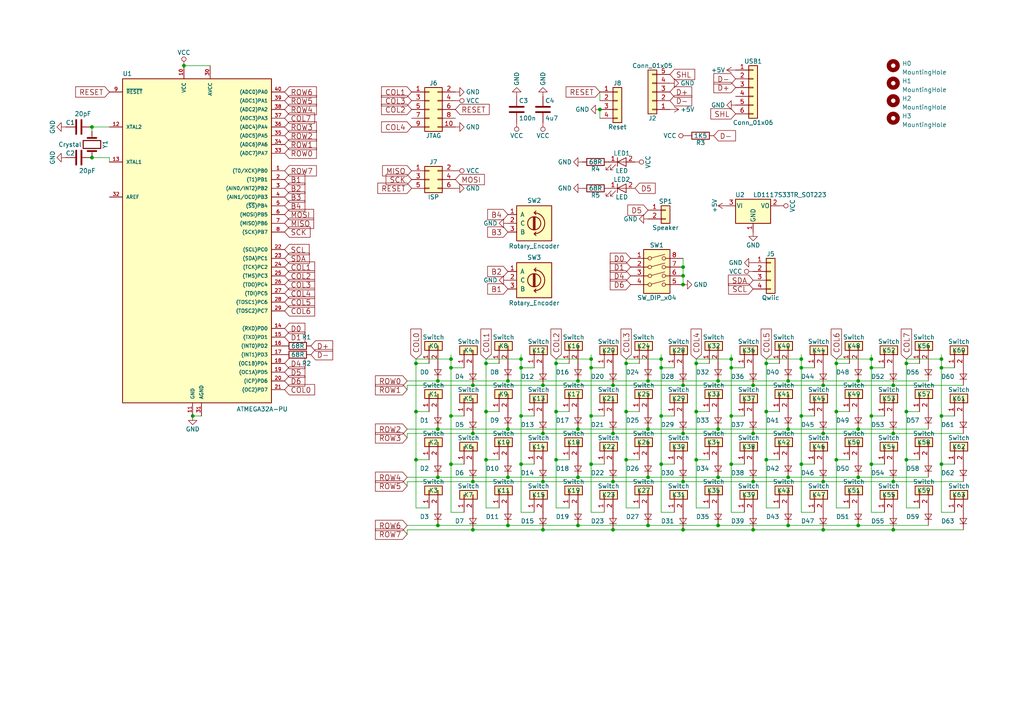
<source format=kicad_sch>
(kicad_sch (version 20230121) (generator eeschema)
  (paper "A4")
  (junction (at 120.65 133.35))
  (junction (at 130.81 104.14))
  (junction (at 151.13 106.68))
  (junction (at 173.99 31.75))
  (junction (at 259.08 111.76))
  (junction (at 198.12 139.7))
  (junction (at 137.16 111.76))
  (junction (at 208.28 138.43))
  (junction (at 198.12 80.01))
  (junction (at 232.41 106.68))
  (junction (at 177.8 153.67))
  (junction (at 127 138.43))
  (junction (at 140.97 119.38))
  (junction (at 198.12 82.55))
  (junction (at 222.25 133.35))
  (junction (at 140.97 133.35))
  (junction (at 157.48 111.76))
  (junction (at 181.61 133.35))
  (junction (at 228.6 124.46))
  (junction (at 147.32 138.43))
  (junction (at 262.89 133.35))
  (junction (at 228.6 152.4))
  (junction (at 198.12 153.67))
  (junction (at 127 152.4))
  (junction (at 238.76 153.67))
  (junction (at 248.92 124.46))
  (junction (at 151.13 134.62))
  (junction (at 161.29 105.41))
  (junction (at 157.48 125.73))
  (junction (at 187.96 124.46))
  (junction (at 171.45 134.62))
  (junction (at 208.28 110.49))
  (junction (at 252.73 106.68))
  (junction (at 208.28 124.46))
  (junction (at 137.16 139.7))
  (junction (at 147.32 110.49))
  (junction (at 187.96 138.43))
  (junction (at 242.57 133.35))
  (junction (at 238.76 139.7))
  (junction (at 53.34 19.05))
  (junction (at 259.08 139.7))
  (junction (at 212.09 104.14))
  (junction (at 177.8 111.76))
  (junction (at 218.44 153.67))
  (junction (at 147.32 124.46))
  (junction (at 120.65 105.41))
  (junction (at 228.6 110.49))
  (junction (at 157.48 139.7))
  (junction (at 198.12 111.76))
  (junction (at 232.41 104.14))
  (junction (at 262.89 119.38))
  (junction (at 248.92 152.4))
  (junction (at 273.05 106.68))
  (junction (at 208.28 152.4))
  (junction (at 191.77 134.62))
  (junction (at 222.25 105.41))
  (junction (at 130.81 134.62))
  (junction (at 201.93 133.35))
  (junction (at 181.61 105.41))
  (junction (at 252.73 104.14))
  (junction (at 218.44 139.7))
  (junction (at 161.29 133.35))
  (junction (at 252.73 120.65))
  (junction (at 171.45 104.14))
  (junction (at 191.77 106.68))
  (junction (at 127 110.49))
  (junction (at 151.13 120.65))
  (junction (at 167.64 124.46))
  (junction (at 252.73 134.62))
  (junction (at 248.92 110.49))
  (junction (at 157.48 153.67))
  (junction (at 259.08 125.73))
  (junction (at 238.76 111.76))
  (junction (at 127 124.46))
  (junction (at 248.92 138.43))
  (junction (at 120.65 119.38))
  (junction (at 198.12 125.73))
  (junction (at 177.8 125.73))
  (junction (at 201.93 119.38))
  (junction (at 232.41 134.62))
  (junction (at 242.57 119.38))
  (junction (at 130.81 106.68))
  (junction (at 201.93 105.41))
  (junction (at 273.05 120.65))
  (junction (at 273.05 134.62))
  (junction (at 181.61 119.38))
  (junction (at 218.44 125.73))
  (junction (at 55.88 120.65))
  (junction (at 167.64 110.49))
  (junction (at 167.64 138.43))
  (junction (at 130.81 120.65))
  (junction (at 262.89 105.41))
  (junction (at 238.76 125.73))
  (junction (at 177.8 139.7))
  (junction (at 242.57 105.41))
  (junction (at 198.12 77.47))
  (junction (at 151.13 104.14))
  (junction (at 147.32 152.4))
  (junction (at 161.29 119.38))
  (junction (at 187.96 110.49))
  (junction (at 222.25 119.38))
  (junction (at 167.64 152.4))
  (junction (at 140.97 105.41))
  (junction (at 191.77 104.14))
  (junction (at 171.45 106.68))
  (junction (at 232.41 120.65))
  (junction (at 26.67 45.72))
  (junction (at 218.44 111.76))
  (junction (at 187.96 152.4))
  (junction (at 259.08 153.67))
  (junction (at 212.09 134.62))
  (junction (at 171.45 120.65))
  (junction (at 212.09 120.65))
  (junction (at 212.09 106.68))
  (junction (at 137.16 125.73))
  (junction (at 228.6 138.43))
  (junction (at 26.67 36.83))
  (junction (at 191.77 120.65))
  (junction (at 273.05 104.14))
  (junction (at 137.16 153.67))
  (wire (pts (xy 222.25 133.35) (xy 226.06 133.35)))
  (wire (pts (xy 248.92 152.4) (xy 269.24 152.4)))
  (wire (pts (xy 118.11 124.46) (xy 127 124.46)))
  (wire (pts (xy 191.77 106.68) (xy 191.77 120.65)))
  (wire (pts (xy 147.32 110.49) (xy 167.64 110.49)))
  (wire (pts (xy 53.34 19.05) (xy 60.96 19.05)))
  (wire (pts (xy 167.64 110.49) (xy 187.96 110.49)))
  (wire (pts (xy 252.73 134.62) (xy 256.54 134.62)))
  (wire (pts (xy 187.96 138.43) (xy 208.28 138.43)))
  (wire (pts (xy 259.08 139.7) (xy 279.4 139.7)))
  (wire (pts (xy 26.67 36.83) (xy 26.67 38.1)))
  (wire (pts (xy 232.41 120.65) (xy 232.41 134.62)))
  (wire (pts (xy 130.81 106.68) (xy 130.81 120.65)))
  (wire (pts (xy 238.76 153.67) (xy 259.08 153.67)))
  (wire (pts (xy 276.86 106.68) (xy 273.05 106.68)))
  (wire (pts (xy 201.93 119.38) (xy 205.74 119.38)))
  (wire (pts (xy 118.11 153.67) (xy 137.16 153.67)))
  (wire (pts (xy 171.45 120.65) (xy 175.26 120.65)))
  (wire (pts (xy 118.11 140.97) (xy 118.11 139.7)))
  (wire (pts (xy 181.61 119.38) (xy 185.42 119.38)))
  (wire (pts (xy 201.93 104.14) (xy 201.93 105.41)))
  (wire (pts (xy 228.6 152.4) (xy 248.92 152.4)))
  (wire (pts (xy 120.65 147.32) (xy 124.46 147.32)))
  (wire (pts (xy 246.38 105.41) (xy 242.57 105.41)))
  (wire (pts (xy 238.76 139.7) (xy 259.08 139.7)))
  (wire (pts (xy 130.81 134.62) (xy 134.62 134.62)))
  (wire (pts (xy 248.92 138.43) (xy 269.24 138.43)))
  (wire (pts (xy 161.29 119.38) (xy 165.1 119.38)))
  (wire (pts (xy 187.96 110.49) (xy 208.28 110.49)))
  (wire (pts (xy 259.08 111.76) (xy 279.4 111.76)))
  (wire (pts (xy 212.09 148.59) (xy 215.9 148.59)))
  (wire (pts (xy 181.61 104.14) (xy 181.61 105.41)))
  (wire (pts (xy 120.65 133.35) (xy 124.46 133.35)))
  (wire (pts (xy 120.65 104.14) (xy 130.81 104.14)))
  (wire (pts (xy 252.73 148.59) (xy 256.54 148.59)))
  (wire (pts (xy 259.08 125.73) (xy 279.4 125.73)))
  (wire (pts (xy 266.7 105.41) (xy 262.89 105.41)))
  (wire (pts (xy 151.13 120.65) (xy 151.13 134.62)))
  (wire (pts (xy 273.05 106.68) (xy 273.05 120.65)))
  (wire (pts (xy 161.29 147.32) (xy 165.1 147.32)))
  (wire (pts (xy 140.97 104.14) (xy 140.97 105.41)))
  (wire (pts (xy 198.12 111.76) (xy 218.44 111.76)))
  (wire (pts (xy 120.65 119.38) (xy 124.46 119.38)))
  (wire (pts (xy 198.12 139.7) (xy 218.44 139.7)))
  (wire (pts (xy 252.73 104.14) (xy 252.73 106.68)))
  (wire (pts (xy 201.93 133.35) (xy 205.74 133.35)))
  (wire (pts (xy 140.97 119.38) (xy 140.97 133.35)))
  (wire (pts (xy 198.12 153.67) (xy 218.44 153.67)))
  (wire (pts (xy 127 138.43) (xy 147.32 138.43)))
  (wire (pts (xy 248.92 124.46) (xy 269.24 124.46)))
  (wire (pts (xy 167.64 138.43) (xy 187.96 138.43)))
  (wire (pts (xy 191.77 104.14) (xy 191.77 106.68)))
  (wire (pts (xy 144.78 105.41) (xy 140.97 105.41)))
  (wire (pts (xy 127 152.4) (xy 147.32 152.4)))
  (wire (pts (xy 262.89 133.35) (xy 262.89 147.32)))
  (wire (pts (xy 171.45 134.62) (xy 171.45 148.59)))
  (wire (pts (xy 242.57 133.35) (xy 246.38 133.35)))
  (wire (pts (xy 212.09 134.62) (xy 212.09 148.59)))
  (wire (pts (xy 273.05 104.14) (xy 273.05 106.68)))
  (wire (pts (xy 212.09 102.87) (xy 212.09 104.14)))
  (wire (pts (xy 242.57 104.14) (xy 242.57 105.41)))
  (wire (pts (xy 118.11 111.76) (xy 137.16 111.76)))
  (wire (pts (xy 171.45 104.14) (xy 171.45 106.68)))
  (wire (pts (xy 238.76 111.76) (xy 259.08 111.76)))
  (wire (pts (xy 191.77 120.65) (xy 191.77 134.62)))
  (wire (pts (xy 259.08 153.67) (xy 279.4 153.67)))
  (wire (pts (xy 161.29 119.38) (xy 161.29 133.35)))
  (wire (pts (xy 165.1 105.41) (xy 161.29 105.41)))
  (wire (pts (xy 212.09 120.65) (xy 212.09 134.62)))
  (wire (pts (xy 118.11 113.03) (xy 118.11 111.76)))
  (wire (pts (xy 171.45 120.65) (xy 171.45 134.62)))
  (wire (pts (xy 137.16 153.67) (xy 157.48 153.67)))
  (wire (pts (xy 120.65 104.14) (xy 120.65 105.41)))
  (wire (pts (xy 273.05 102.87) (xy 273.05 104.14)))
  (wire (pts (xy 181.61 147.32) (xy 185.42 147.32)))
  (wire (pts (xy 118.11 127) (xy 118.11 125.73)))
  (wire (pts (xy 177.8 153.67) (xy 198.12 153.67)))
  (wire (pts (xy 120.65 105.41) (xy 120.65 119.38)))
  (wire (pts (xy 218.44 139.7) (xy 238.76 139.7)))
  (wire (pts (xy 222.25 119.38) (xy 222.25 133.35)))
  (wire (pts (xy 171.45 102.87) (xy 171.45 104.14)))
  (wire (pts (xy 201.93 105.41) (xy 201.93 119.38)))
  (wire (pts (xy 228.6 124.46) (xy 248.92 124.46)))
  (wire (pts (xy 252.73 134.62) (xy 252.73 148.59)))
  (wire (pts (xy 161.29 105.41) (xy 161.29 119.38)))
  (wire (pts (xy 222.25 105.41) (xy 222.25 119.38)))
  (wire (pts (xy 252.73 102.87) (xy 252.73 104.14)))
  (wire (pts (xy 140.97 147.32) (xy 144.78 147.32)))
  (wire (pts (xy 273.05 120.65) (xy 273.05 134.62)))
  (wire (pts (xy 222.25 119.38) (xy 226.06 119.38)))
  (wire (pts (xy 137.16 111.76) (xy 157.48 111.76)))
  (wire (pts (xy 228.6 110.49) (xy 248.92 110.49)))
  (wire (pts (xy 151.13 134.62) (xy 154.94 134.62)))
  (wire (pts (xy 137.16 139.7) (xy 157.48 139.7)))
  (wire (pts (xy 140.97 133.35) (xy 140.97 147.32)))
  (wire (pts (xy 161.29 133.35) (xy 165.1 133.35)))
  (wire (pts (xy 140.97 105.41) (xy 140.97 119.38)))
  (wire (pts (xy 173.99 26.67) (xy 173.99 29.21)))
  (wire (pts (xy 242.57 119.38) (xy 242.57 133.35)))
  (wire (pts (xy 191.77 134.62) (xy 195.58 134.62)))
  (wire (pts (xy 130.81 104.14) (xy 130.81 106.68)))
  (wire (pts (xy 154.94 106.68) (xy 151.13 106.68)))
  (wire (pts (xy 242.57 119.38) (xy 246.38 119.38)))
  (wire (pts (xy 212.09 134.62) (xy 215.9 134.62)))
  (wire (pts (xy 201.93 147.32) (xy 205.74 147.32)))
  (wire (pts (xy 208.28 152.4) (xy 228.6 152.4)))
  (wire (pts (xy 228.6 138.43) (xy 248.92 138.43)))
  (wire (pts (xy 181.61 104.14) (xy 191.77 104.14)))
  (wire (pts (xy 242.57 147.32) (xy 246.38 147.32)))
  (wire (pts (xy 157.48 125.73) (xy 177.8 125.73)))
  (wire (pts (xy 195.58 106.68) (xy 191.77 106.68)))
  (wire (pts (xy 181.61 119.38) (xy 181.61 133.35)))
  (wire (pts (xy 198.12 74.93) (xy 198.12 77.47)))
  (wire (pts (xy 222.25 133.35) (xy 222.25 147.32)))
  (wire (pts (xy 157.48 111.76) (xy 177.8 111.76)))
  (wire (pts (xy 26.67 45.72) (xy 31.75 45.72)))
  (wire (pts (xy 273.05 134.62) (xy 276.86 134.62)))
  (wire (pts (xy 118.11 153.67) (xy 118.11 154.94)))
  (wire (pts (xy 273.05 148.59) (xy 276.86 148.59)))
  (wire (pts (xy 171.45 106.68) (xy 171.45 120.65)))
  (wire (pts (xy 147.32 152.4) (xy 167.64 152.4)))
  (wire (pts (xy 118.11 138.43) (xy 127 138.43)))
  (wire (pts (xy 151.13 134.62) (xy 151.13 148.59)))
  (wire (pts (xy 242.57 105.41) (xy 242.57 119.38)))
  (wire (pts (xy 262.89 119.38) (xy 262.89 133.35)))
  (wire (pts (xy 147.32 124.46) (xy 167.64 124.46)))
  (wire (pts (xy 31.75 36.83) (xy 26.67 36.83)))
  (wire (pts (xy 218.44 111.76) (xy 238.76 111.76)))
  (wire (pts (xy 191.77 102.87) (xy 191.77 104.14)))
  (wire (pts (xy 232.41 102.87) (xy 232.41 104.14)))
  (wire (pts (xy 191.77 134.62) (xy 191.77 148.59)))
  (wire (pts (xy 252.73 120.65) (xy 256.54 120.65)))
  (wire (pts (xy 191.77 148.59) (xy 195.58 148.59)))
  (wire (pts (xy 175.26 106.68) (xy 171.45 106.68)))
  (wire (pts (xy 218.44 125.73) (xy 238.76 125.73)))
  (wire (pts (xy 208.28 138.43) (xy 228.6 138.43)))
  (wire (pts (xy 171.45 134.62) (xy 175.26 134.62)))
  (wire (pts (xy 127 124.46) (xy 147.32 124.46)))
  (wire (pts (xy 127 110.49) (xy 147.32 110.49)))
  (wire (pts (xy 252.73 120.65) (xy 252.73 134.62)))
  (wire (pts (xy 273.05 134.62) (xy 273.05 148.59)))
  (wire (pts (xy 222.25 104.14) (xy 232.41 104.14)))
  (wire (pts (xy 212.09 106.68) (xy 212.09 120.65)))
  (wire (pts (xy 177.8 139.7) (xy 198.12 139.7)))
  (wire (pts (xy 256.54 106.68) (xy 252.73 106.68)))
  (wire (pts (xy 157.48 153.67) (xy 177.8 153.67)))
  (wire (pts (xy 232.41 134.62) (xy 236.22 134.62)))
  (wire (pts (xy 177.8 125.73) (xy 198.12 125.73)))
  (wire (pts (xy 198.12 77.47) (xy 198.12 80.01)))
  (wire (pts (xy 262.89 104.14) (xy 273.05 104.14)))
  (wire (pts (xy 201.93 133.35) (xy 201.93 147.32)))
  (wire (pts (xy 198.12 125.73) (xy 218.44 125.73)))
  (wire (pts (xy 187.96 152.4) (xy 208.28 152.4)))
  (wire (pts (xy 130.81 102.87) (xy 130.81 104.14)))
  (wire (pts (xy 236.22 106.68) (xy 232.41 106.68)))
  (wire (pts (xy 181.61 105.41) (xy 181.61 119.38)))
  (wire (pts (xy 262.89 147.32) (xy 266.7 147.32)))
  (wire (pts (xy 171.45 148.59) (xy 175.26 148.59)))
  (wire (pts (xy 124.46 105.41) (xy 120.65 105.41)))
  (wire (pts (xy 222.25 104.14) (xy 222.25 105.41)))
  (wire (pts (xy 157.48 139.7) (xy 177.8 139.7)))
  (wire (pts (xy 191.77 120.65) (xy 195.58 120.65)))
  (wire (pts (xy 262.89 104.14) (xy 262.89 105.41)))
  (wire (pts (xy 208.28 124.46) (xy 228.6 124.46)))
  (wire (pts (xy 232.41 106.68) (xy 232.41 120.65)))
  (wire (pts (xy 232.41 120.65) (xy 236.22 120.65)))
  (wire (pts (xy 215.9 106.68) (xy 212.09 106.68)))
  (wire (pts (xy 232.41 104.14) (xy 232.41 106.68)))
  (wire (pts (xy 273.05 120.65) (xy 276.86 120.65)))
  (wire (pts (xy 262.89 133.35) (xy 266.7 133.35)))
  (wire (pts (xy 238.76 125.73) (xy 259.08 125.73)))
  (wire (pts (xy 242.57 133.35) (xy 242.57 147.32)))
  (wire (pts (xy 232.41 134.62) (xy 232.41 148.59)))
  (wire (pts (xy 242.57 104.14) (xy 252.73 104.14)))
  (wire (pts (xy 262.89 119.38) (xy 266.7 119.38)))
  (wire (pts (xy 201.93 104.14) (xy 212.09 104.14)))
  (wire (pts (xy 137.16 125.73) (xy 157.48 125.73)))
  (wire (pts (xy 134.62 106.68) (xy 130.81 106.68)))
  (wire (pts (xy 151.13 148.59) (xy 154.94 148.59)))
  (wire (pts (xy 218.44 153.67) (xy 238.76 153.67)))
  (wire (pts (xy 226.06 105.41) (xy 222.25 105.41)))
  (wire (pts (xy 222.25 147.32) (xy 226.06 147.32)))
  (wire (pts (xy 161.29 133.35) (xy 161.29 147.32)))
  (wire (pts (xy 181.61 133.35) (xy 181.61 147.32)))
  (wire (pts (xy 181.61 133.35) (xy 185.42 133.35)))
  (wire (pts (xy 201.93 119.38) (xy 201.93 133.35)))
  (wire (pts (xy 167.64 124.46) (xy 187.96 124.46)))
  (wire (pts (xy 130.81 120.65) (xy 130.81 134.62)))
  (wire (pts (xy 151.13 104.14) (xy 151.13 106.68)))
  (wire (pts (xy 212.09 120.65) (xy 215.9 120.65)))
  (wire (pts (xy 198.12 80.01) (xy 198.12 82.55)))
  (wire (pts (xy 151.13 106.68) (xy 151.13 120.65)))
  (wire (pts (xy 118.11 110.49) (xy 127 110.49)))
  (wire (pts (xy 120.65 119.38) (xy 120.65 133.35)))
  (wire (pts (xy 208.28 110.49) (xy 228.6 110.49)))
  (wire (pts (xy 120.65 133.35) (xy 120.65 147.32)))
  (wire (pts (xy 151.13 120.65) (xy 154.94 120.65)))
  (wire (pts (xy 147.32 138.43) (xy 167.64 138.43)))
  (wire (pts (xy 130.81 120.65) (xy 134.62 120.65)))
  (wire (pts (xy 140.97 104.14) (xy 151.13 104.14)))
  (wire (pts (xy 205.74 105.41) (xy 201.93 105.41)))
  (wire (pts (xy 118.11 125.73) (xy 137.16 125.73)))
  (wire (pts (xy 232.41 148.59) (xy 236.22 148.59)))
  (wire (pts (xy 262.89 105.41) (xy 262.89 119.38)))
  (wire (pts (xy 140.97 133.35) (xy 144.78 133.35)))
  (wire (pts (xy 248.92 110.49) (xy 269.24 110.49)))
  (wire (pts (xy 31.75 45.72) (xy 31.75 46.99)))
  (wire (pts (xy 187.96 124.46) (xy 208.28 124.46)))
  (wire (pts (xy 173.99 31.75) (xy 173.99 34.29)))
  (wire (pts (xy 212.09 104.14) (xy 212.09 106.68)))
  (wire (pts (xy 118.11 139.7) (xy 137.16 139.7)))
  (wire (pts (xy 118.11 152.4) (xy 127 152.4)))
  (wire (pts (xy 161.29 104.14) (xy 171.45 104.14)))
  (wire (pts (xy 161.29 104.14) (xy 161.29 105.41)))
  (wire (pts (xy 140.97 119.38) (xy 144.78 119.38)))
  (wire (pts (xy 252.73 106.68) (xy 252.73 120.65)))
  (wire (pts (xy 130.81 134.62) (xy 130.81 148.59)))
  (wire (pts (xy 151.13 102.87) (xy 151.13 104.14)))
  (wire (pts (xy 130.81 148.59) (xy 134.62 148.59)))
  (wire (pts (xy 185.42 105.41) (xy 181.61 105.41)))
  (wire (pts (xy 55.88 120.65) (xy 58.42 120.65)))
  (wire (pts (xy 167.64 152.4) (xy 187.96 152.4)))
  (wire (pts (xy 177.8 111.76) (xy 198.12 111.76)))
  (global_label "SCK" (shape input) (at 119.38 52.07 180) (effects (font (size 1.524 1.524))) (property "Intersheetrefs" "${INTERSHEET_REFS}" (effects hide)))
  (global_label "ROW1" (shape input) (at 118.11 113.03 180) (effects (font (size 1.524 1.524))) (property "Intersheetrefs" "${INTERSHEET_REFS}" (effects hide)))
  (global_label "D-" (shape input) (at 90.17 102.87 0) (effects (font (size 1.524 1.524))) (property "Intersheetrefs" "${INTERSHEET_REFS}" (effects hide)))
  (global_label "COL4" (shape input) (at 82.55 85.09 0) (effects (font (size 1.524 1.524))) (property "Intersheetrefs" "${INTERSHEET_REFS}" (effects hide)))
  (global_label "ROW2" (shape input) (at 82.55 39.37 0) (effects (font (size 1.524 1.524))) (property "Intersheetrefs" "${INTERSHEET_REFS}" (effects hide)))
  (global_label "COL4" (shape input) (at 201.93 104.14 90) (effects (font (size 1.524 1.524))) (property "Intersheetrefs" "${INTERSHEET_REFS}" (effects hide)))
  (global_label "COL2" (shape input) (at 161.29 104.14 90) (effects (font (size 1.524 1.524))) (property "Intersheetrefs" "${INTERSHEET_REFS}" (effects hide)))
  (global_label "COL2" (shape input) (at 119.38 31.75 180) (effects (font (size 1.524 1.524))) (property "Intersheetrefs" "${INTERSHEET_REFS}" (effects hide)))
  (global_label "B2" (shape input) (at 147.32 78.74 180) (effects (font (size 1.524 1.524))) (property "Intersheetrefs" "${INTERSHEET_REFS}" (effects hide)))
  (global_label "ROW4" (shape input) (at 82.55 31.75 0) (effects (font (size 1.524 1.524))) (property "Intersheetrefs" "${INTERSHEET_REFS}" (effects hide)))
  (global_label "ROW7" (shape input) (at 82.55 49.53 0) (effects (font (size 1.524 1.524))) (property "Intersheetrefs" "${INTERSHEET_REFS}" (effects hide)))
  (global_label "COL1" (shape input) (at 140.97 104.14 90) (effects (font (size 1.524 1.524))) (property "Intersheetrefs" "${INTERSHEET_REFS}" (effects hide)))
  (global_label "D5" (shape input) (at 184.15 54.61 0) (effects (font (size 1.524 1.524))) (property "Intersheetrefs" "${INTERSHEET_REFS}" (effects hide)))
  (global_label "ROW0" (shape input) (at 118.11 110.49 180) (effects (font (size 1.524 1.524))) (property "Intersheetrefs" "${INTERSHEET_REFS}" (effects hide)))
  (global_label "COL6" (shape input) (at 242.57 104.14 90) (effects (font (size 1.524 1.524))) (property "Intersheetrefs" "${INTERSHEET_REFS}" (effects hide)))
  (global_label "MISO" (shape input) (at 119.38 49.53 180) (effects (font (size 1.524 1.524))) (property "Intersheetrefs" "${INTERSHEET_REFS}" (effects hide)))
  (global_label "RESET" (shape input) (at 31.75 26.67 180) (effects (font (size 1.524 1.524))) (property "Intersheetrefs" "${INTERSHEET_REFS}" (effects hide)))
  (global_label "COL7" (shape input) (at 262.89 104.14 90) (effects (font (size 1.524 1.524))) (property "Intersheetrefs" "${INTERSHEET_REFS}" (effects hide)))
  (global_label "COL2" (shape input) (at 82.55 80.01 0) (effects (font (size 1.524 1.524))) (property "Intersheetrefs" "${INTERSHEET_REFS}" (effects hide)))
  (global_label "RESET" (shape input) (at 119.38 54.61 180) (effects (font (size 1.524 1.524))) (property "Intersheetrefs" "${INTERSHEET_REFS}" (effects hide)))
  (global_label "B1" (shape input) (at 147.32 83.82 180) (effects (font (size 1.524 1.524))) (property "Intersheetrefs" "${INTERSHEET_REFS}" (effects hide)))
  (global_label "D1" (shape input) (at 182.88 77.47 180) (effects (font (size 1.524 1.524))) (property "Intersheetrefs" "${INTERSHEET_REFS}" (effects hide)))
  (global_label "COL3" (shape input) (at 119.38 29.21 180) (effects (font (size 1.524 1.524))) (property "Intersheetrefs" "${INTERSHEET_REFS}" (effects hide)))
  (global_label "MISO" (shape input) (at 82.55 64.77 0) (effects (font (size 1.524 1.524))) (property "Intersheetrefs" "${INTERSHEET_REFS}" (effects hide)))
  (global_label "COL7" (shape input) (at 82.55 34.29 0) (effects (font (size 1.524 1.524))) (property "Intersheetrefs" "${INTERSHEET_REFS}" (effects hide)))
  (global_label "COL4" (shape input) (at 119.38 36.83 180) (effects (font (size 1.524 1.524))) (property "Intersheetrefs" "${INTERSHEET_REFS}" (effects hide)))
  (global_label "ROW3" (shape input) (at 82.55 36.83 0) (effects (font (size 1.524 1.524))) (property "Intersheetrefs" "${INTERSHEET_REFS}" (effects hide)))
  (global_label "RESET" (shape input) (at 173.99 26.67 180) (effects (font (size 1.524 1.524))) (property "Intersheetrefs" "${INTERSHEET_REFS}" (effects hide)))
  (global_label "COL5" (shape input) (at 82.55 87.63 0) (effects (font (size 1.524 1.524))) (property "Intersheetrefs" "${INTERSHEET_REFS}" (effects hide)))
  (global_label "ROW6" (shape input) (at 82.55 26.67 0) (effects (font (size 1.524 1.524))) (property "Intersheetrefs" "${INTERSHEET_REFS}" (effects hide)))
  (global_label "B1" (shape input) (at 82.55 52.07 0) (effects (font (size 1.524 1.524))) (property "Intersheetrefs" "${INTERSHEET_REFS}" (effects hide)))
  (global_label "D4" (shape input) (at 82.55 105.41 0) (effects (font (size 1.524 1.524))) (property "Intersheetrefs" "${INTERSHEET_REFS}" (effects hide)))
  (global_label "COL1" (shape input) (at 82.55 77.47 0) (effects (font (size 1.524 1.524))) (property "Intersheetrefs" "${INTERSHEET_REFS}" (effects hide)))
  (global_label "ROW2" (shape input) (at 118.11 124.46 180) (effects (font (size 1.524 1.524))) (property "Intersheetrefs" "${INTERSHEET_REFS}" (effects hide)))
  (global_label "B3" (shape input) (at 147.32 67.31 180) (effects (font (size 1.524 1.524))) (property "Intersheetrefs" "${INTERSHEET_REFS}" (effects hide)))
  (global_label "COL6" (shape input) (at 82.55 90.17 0) (effects (font (size 1.524 1.524))) (property "Intersheetrefs" "${INTERSHEET_REFS}" (effects hide)))
  (global_label "COL3" (shape input) (at 181.61 104.14 90) (effects (font (size 1.524 1.524))) (property "Intersheetrefs" "${INTERSHEET_REFS}" (effects hide)))
  (global_label "B2" (shape input) (at 82.55 54.61 0) (effects (font (size 1.524 1.524))) (property "Intersheetrefs" "${INTERSHEET_REFS}" (effects hide)))
  (global_label "D5" (shape input) (at 187.96 60.96 180) (effects (font (size 1.524 1.524))) (property "Intersheetrefs" "${INTERSHEET_REFS}" (effects hide)))
  (global_label "MOSI" (shape input) (at 132.08 52.07 0) (effects (font (size 1.524 1.524))) (property "Intersheetrefs" "${INTERSHEET_REFS}" (effects hide)))
  (global_label "D6" (shape input) (at 182.88 82.55 180) (effects (font (size 1.524 1.524))) (property "Intersheetrefs" "${INTERSHEET_REFS}" (effects hide)))
  (global_label "ROW4" (shape input) (at 118.11 138.43 180) (effects (font (size 1.524 1.524))) (property "Intersheetrefs" "${INTERSHEET_REFS}" (effects hide)))
  (global_label "D+" (shape input) (at 90.17 100.33 0) (effects (font (size 1.524 1.524))) (property "Intersheetrefs" "${INTERSHEET_REFS}" (effects hide)))
  (global_label "D4" (shape input) (at 182.88 80.01 180) (effects (font (size 1.524 1.524))) (property "Intersheetrefs" "${INTERSHEET_REFS}" (effects hide)))
  (global_label "COL5" (shape input) (at 222.25 104.14 90) (effects (font (size 1.524 1.524))) (property "Intersheetrefs" "${INTERSHEET_REFS}" (effects hide)))
  (global_label "B3" (shape input) (at 82.55 57.15 0) (effects (font (size 1.524 1.524))) (property "Intersheetrefs" "${INTERSHEET_REFS}" (effects hide)))
  (global_label "ROW6" (shape input) (at 118.11 152.4 180) (effects (font (size 1.524 1.524))) (property "Intersheetrefs" "${INTERSHEET_REFS}" (effects hide)))
  (global_label "SCL" (shape input) (at 218.44 83.82 180) (effects (font (size 1.524 1.524))) (property "Intersheetrefs" "${INTERSHEET_REFS}" (effects hide)))
  (global_label "ROW7" (shape input) (at 118.11 154.94 180) (effects (font (size 1.524 1.524))) (property "Intersheetrefs" "${INTERSHEET_REFS}" (effects hide)))
  (global_label "D-" (shape input) (at 213.36 22.86 180) (effects (font (size 1.524 1.524))) (property "Intersheetrefs" "${INTERSHEET_REFS}" (effects hide)))
  (global_label "D5" (shape input) (at 82.55 107.95 0) (effects (font (size 1.524 1.524))) (property "Intersheetrefs" "${INTERSHEET_REFS}" (effects hide)))
  (global_label "D-" (shape input) (at 194.31 29.21 0) (effects (font (size 1.524 1.524))) (property "Intersheetrefs" "${INTERSHEET_REFS}" (effects hide)))
  (global_label "ROW5" (shape input) (at 118.11 140.97 180) (effects (font (size 1.524 1.524))) (property "Intersheetrefs" "${INTERSHEET_REFS}" (effects hide)))
  (global_label "COL0" (shape input) (at 82.55 113.03 0) (effects (font (size 1.524 1.524))) (property "Intersheetrefs" "${INTERSHEET_REFS}" (effects hide)))
  (global_label "D-" (shape input) (at 207.01 39.37 0) (effects (font (size 1.524 1.524))) (property "Intersheetrefs" "${INTERSHEET_REFS}" (effects hide)))
  (global_label "D0" (shape input) (at 82.55 95.25 0) (effects (font (size 1.524 1.524))) (property "Intersheetrefs" "${INTERSHEET_REFS}" (effects hide)))
  (global_label "B4" (shape input) (at 147.32 62.23 180) (effects (font (size 1.524 1.524))) (property "Intersheetrefs" "${INTERSHEET_REFS}" (effects hide)))
  (global_label "ROW1" (shape input) (at 82.55 41.91 0) (effects (font (size 1.524 1.524))) (property "Intersheetrefs" "${INTERSHEET_REFS}" (effects hide)))
  (global_label "SHL" (shape input) (at 213.36 33.02 180) (effects (font (size 1.524 1.524))) (property "Intersheetrefs" "${INTERSHEET_REFS}" (effects hide)))
  (global_label "SHL" (shape input) (at 194.31 21.59 0) (effects (font (size 1.524 1.524))) (property "Intersheetrefs" "${INTERSHEET_REFS}" (effects hide)))
  (global_label "SDA" (shape input) (at 82.55 74.93 0) (effects (font (size 1.524 1.524))) (property "Intersheetrefs" "${INTERSHEET_REFS}" (effects hide)))
  (global_label "ROW5" (shape input) (at 82.55 29.21 0) (effects (font (size 1.524 1.524))) (property "Intersheetrefs" "${INTERSHEET_REFS}" (effects hide)))
  (global_label "SDA" (shape input) (at 218.44 81.28 180) (effects (font (size 1.524 1.524))) (property "Intersheetrefs" "${INTERSHEET_REFS}" (effects hide)))
  (global_label "MOSI" (shape input) (at 82.55 62.23 0) (effects (font (size 1.524 1.524))) (property "Intersheetrefs" "${INTERSHEET_REFS}" (effects hide)))
  (global_label "D0" (shape input) (at 182.88 74.93 180) (effects (font (size 1.524 1.524))) (property "Intersheetrefs" "${INTERSHEET_REFS}" (effects hide)))
  (global_label "D6" (shape input) (at 82.55 110.49 0) (effects (font (size 1.524 1.524))) (property "Intersheetrefs" "${INTERSHEET_REFS}" (effects hide)))
  (global_label "COL3" (shape input) (at 82.55 82.55 0) (effects (font (size 1.524 1.524))) (property "Intersheetrefs" "${INTERSHEET_REFS}" (effects hide)))
  (global_label "D+" (shape input) (at 213.36 25.4 180) (effects (font (size 1.524 1.524))) (property "Intersheetrefs" "${INTERSHEET_REFS}" (effects hide)))
  (global_label "SCK" (shape input) (at 82.55 67.31 0) (effects (font (size 1.524 1.524))) (property "Intersheetrefs" "${INTERSHEET_REFS}" (effects hide)))
  (global_label "SCL" (shape input) (at 82.55 72.39 0) (effects (font (size 1.524 1.524))) (property "Intersheetrefs" "${INTERSHEET_REFS}" (effects hide)))
  (global_label "D1" (shape input) (at 82.55 97.79 0) (effects (font (size 1.524 1.524))) (property "Intersheetrefs" "${INTERSHEET_REFS}" (effects hide)))
  (global_label "D+" (shape input) (at 194.31 26.67 0) (effects (font (size 1.524 1.524))) (property "Intersheetrefs" "${INTERSHEET_REFS}" (effects hide)))
  (global_label "RESET" (shape input) (at 132.08 31.75 0) (effects (font (size 1.524 1.524))) (property "Intersheetrefs" "${INTERSHEET_REFS}" (effects hide)))
  (global_label "COL1" (shape input) (at 119.38 26.67 180) (effects (font (size 1.524 1.524))) (property "Intersheetrefs" "${INTERSHEET_REFS}" (effects hide)))
  (global_label "B4" (shape input) (at 82.55 59.69 0) (effects (font (size 1.524 1.524))) (property "Intersheetrefs" "${INTERSHEET_REFS}" (effects hide)))
  (global_label "ROW0" (shape input) (at 82.55 44.45 0) (effects (font (size 1.524 1.524))) (property "Intersheetrefs" "${INTERSHEET_REFS}" (effects hide)))
  (global_label "COL0" (shape input) (at 120.65 104.14 90) (effects (font (size 1.524 1.524))) (property "Intersheetrefs" "${INTERSHEET_REFS}" (effects hide)))
  (global_label "ROW3" (shape input) (at 118.11 127 180) (effects (font (size 1.524 1.524))) (property "Intersheetrefs" "${INTERSHEET_REFS}" (effects hide)))
  (symbol (lib_id "planck-thk-rescue:ATMEGA32A-PU") (at 57.15 69.85 0) (unit 1)
    (property "Reference" "U1" (at 35.56 22.098 0) (effects (justify left bottom)))
    (property "Value" "ATMEGA32A-PU" (at 68.58 119.38 0) (effects (justify left bottom)))
    (property "Footprint" "Housings_DIP:DIP-40_W15.24mm_Socket_LongPads" (effects hide))
  )
  (symbol (lib_id "planck-thk-rescue:SW_DIP_x04") (at 190.5 80.01 0) (unit 1)
    (property "Reference" "SW1" (at 190.5 71.12 0))
    (property "Value" "SW_DIP_x04" (at 190.5 86.36 0))
    (property "Footprint" "olkb:210-4ES" (effects hide))
  )
  (symbol (lib_id "planck-thk-rescue:Conn_01x05") (at 189.23 26.67 180) (unit 1)
    (property "Reference" "J2" (at 189.23 34.29 0))
    (property "Value" "Conn_01x05" (at 189.23 19.05 0))
    (property "Footprint" "Connectors_JST:JST_PH_S5B-PH-K_05x2.00mm_Angled" (effects hide))
  )
  (symbol (lib_id "planck-thk-rescue:GND") (at 55.88 120.65 0) (unit 1)
    (property "Reference" "#PWR01" (effects hide))
    (property "Value" "GND" (at 55.88 124.46 0))
  )
  (symbol (lib_id "planck-thk-rescue:VCC") (at 53.34 19.05 0) (unit 1)
    (property "Reference" "#PWR02" (effects hide))
    (property "Value" "VCC" (at 53.34 15.24 0))
  )
  (symbol (lib_id "planck-thk-rescue:VCC") (at 226.06 59.69 270) (unit 1)
    (property "Reference" "#PWR07" (effects hide))
    (property "Value" "VCC" (at 229.87 59.69 0))
  )
  (symbol (lib_id "planck-thk-rescue:LD1117S33TR_SOT223") (at 218.44 59.69 0) (unit 1)
    (property "Reference" "U2" (at 214.63 56.515 0))
    (property "Value" "LD1117S33TR_SOT223" (at 218.44 56.515 0) (effects (justify left)))
    (property "Footprint" "TO_SOT_Packages_THT:TO-220-3_Horizontal" (effects hide))
  )
  (symbol (lib_id "planck-thk-rescue:GND") (at 218.44 67.31 0) (unit 1)
    (property "Reference" "#PWR08" (effects hide))
    (property "Value" "GND" (at 218.44 71.12 0))
  )
  (symbol (lib_id "planck-thk-rescue:+5V") (at 210.82 59.69 90) (unit 1)
    (property "Reference" "#PWR09" (effects hide))
    (property "Value" "+5V" (at 207.264 59.69 0))
  )
  (symbol (lib_id "planck-thk-rescue:R") (at 86.36 100.33 270) (unit 1)
    (property "Reference" "R1" (at 88.9 97.79 90))
    (property "Value" "68R" (at 86.36 100.33 90))
    (property "Footprint" "Resistors_THT:R_Axial_DIN0204_L3.6mm_D1.6mm_P7.62mm_Horizontal" (effects hide))
  )
  (symbol (lib_id "planck-thk-rescue:R") (at 86.36 102.87 270) (unit 1)
    (property "Reference" "R2" (at 88.9 105.41 90))
    (property "Value" "68R" (at 86.36 102.87 90))
    (property "Footprint" "Resistors_THT:R_Axial_DIN0204_L3.6mm_D1.6mm_P7.62mm_Horizontal" (effects hide))
  )
  (symbol (lib_id "planck-thk-rescue:+5V") (at 194.31 31.75 270) (unit 1)
    (property "Reference" "#PWR010" (effects hide))
    (property "Value" "+5V" (at 199.39 31.75 90))
  )
  (symbol (lib_id "planck-thk-rescue:GND") (at 194.31 24.13 90) (unit 1)
    (property "Reference" "#PWR011" (effects hide))
    (property "Value" "GND" (at 199.39 24.13 90))
  )
  (symbol (lib_id "planck-thk-rescue:Crystal") (at 26.67 41.91 270) (unit 1)
    (property "Reference" "Y1" (at 30.48 41.91 0))
    (property "Value" "Crystal" (at 20.32 41.91 90))
    (property "Footprint" "Crystals:Crystal_HC49-U_Vertical" (effects hide))
  )
  (symbol (lib_id "planck-thk-rescue:C") (at 22.86 36.83 270) (unit 1)
    (property "Reference" "C1" (at 19.05 35.56 90) (effects (justify left)))
    (property "Value" "20pF" (at 21.59 33.02 90) (effects (justify left)))
    (property "Footprint" "Capacitors_THT:C_Disc_D3.8mm_W2.6mm_P2.50mm" (effects hide))
  )
  (symbol (lib_id "planck-thk-rescue:C") (at 22.86 45.72 270) (unit 1)
    (property "Reference" "C2" (at 19.05 44.45 90) (effects (justify left)))
    (property "Value" "20pF" (at 22.86 49.53 90) (effects (justify left)))
    (property "Footprint" "Capacitors_THT:C_Disc_D3.8mm_W2.6mm_P2.50mm" (effects hide))
  )
  (symbol (lib_id "planck-thk-rescue:GND") (at 19.05 45.72 270) (unit 1)
    (property "Reference" "#PWR012" (effects hide))
    (property "Value" "GND" (at 15.24 45.72 0))
  )
  (symbol (lib_id "planck-thk-rescue:GND") (at 19.05 36.83 270) (unit 1)
    (property "Reference" "#PWR013" (effects hide))
    (property "Value" "GND" (at 15.24 36.83 0))
  )
  (symbol (lib_id "planck-thk-rescue:VCC") (at 199.39 39.37 90) (unit 1)
    (property "Reference" "#PWR014" (effects hide))
    (property "Value" "VCC" (at 194.31 39.37 90))
  )
  (symbol (lib_id "planck-thk-rescue:R") (at 203.2 39.37 270) (unit 1)
    (property "Reference" "R3" (at 203.2 41.402 90))
    (property "Value" "1K5" (at 203.2 39.37 90))
    (property "Footprint" "Resistors_THT:R_Axial_DIN0204_L3.6mm_D1.6mm_P7.62mm_Horizontal" (effects hide))
  )
  (symbol (lib_id "planck-thk-rescue:C") (at 149.86 31.75 0) (unit 1)
    (property "Reference" "C3" (at 150.495 29.21 0) (effects (justify left)))
    (property "Value" "100n" (at 150.495 34.29 0) (effects (justify left)))
    (property "Footprint" "Capacitors_THT:C_Disc_D3.8mm_W2.6mm_P2.50mm" (effects hide))
  )
  (symbol (lib_id "planck-thk-rescue:VCC") (at 149.86 35.56 180) (unit 1)
    (property "Reference" "#PWR015" (effects hide))
    (property "Value" "VCC" (at 149.86 39.37 0))
  )
  (symbol (lib_id "planck-thk-rescue:GND") (at 149.86 27.94 180) (unit 1)
    (property "Reference" "#PWR016" (effects hide))
    (property "Value" "GND" (at 149.86 22.86 90))
  )
  (symbol (lib_id "planck-thk-rescue:C") (at 157.48 31.75 0) (unit 1)
    (property "Reference" "C4" (at 158.115 29.21 0) (effects (justify left)))
    (property "Value" "4u7" (at 158.115 34.29 0) (effects (justify left)))
    (property "Footprint" "Capacitors_THT:C_Disc_D3.8mm_W2.6mm_P2.50mm" (effects hide))
  )
  (symbol (lib_id "planck-thk-rescue:VCC") (at 157.48 35.56 180) (unit 1)
    (property "Reference" "#PWR017" (effects hide))
    (property "Value" "VCC" (at 157.48 39.37 0))
  )
  (symbol (lib_id "planck-thk-rescue:GND") (at 157.48 27.94 180) (unit 1)
    (property "Reference" "#PWR018" (effects hide))
    (property "Value" "GND" (at 157.48 22.86 90))
  )
  (symbol (lib_id "planck-thk-rescue:Conn_01x04") (at 223.52 78.74 0) (unit 1)
    (property "Reference" "J5" (at 223.52 73.66 0))
    (property "Value" "Qwiic" (at 223.52 86.36 0))
    (property "Footprint" "Connector_PinHeader_2.54mm:PinHeader_1x04_P2.54mm_Vertical" (effects hide))
  )
  (symbol (lib_id "planck-thk-rescue:GND") (at 218.44 76.2 270) (unit 1)
    (property "Reference" "#PWR019" (effects hide))
    (property "Value" "GND" (at 213.36 76.2 90))
  )
  (symbol (lib_id "planck-thk-rescue:VCC") (at 218.44 78.74 90) (unit 1)
    (property "Reference" "#PWR020" (effects hide))
    (property "Value" "VCC" (at 213.36 78.74 90))
  )
  (symbol (lib_id "planck-thk-rescue:LED") (at 180.34 46.99 0) (unit 1)
    (property "Reference" "LED1" (at 180.34 44.45 0))
    (property "Value" "LED" (at 180.34 49.53 0))
    (property "Footprint" "LEDs:LED_D3.0mm" (effects hide))
  )
  (symbol (lib_id "planck-thk-rescue:R") (at 172.72 46.99 270) (unit 1)
    (property "Reference" "R4" (at 172.72 49.022 90))
    (property "Value" "68R" (at 172.72 46.99 90))
    (property "Footprint" "Resistors_THT:R_Axial_DIN0204_L3.6mm_D1.6mm_P7.62mm_Horizontal" (effects hide))
  )
  (symbol (lib_id "planck-thk-rescue:VCC") (at 184.15 46.99 270) (unit 1)
    (property "Reference" "#PWR032" (effects hide))
    (property "Value" "VCC" (at 187.96 46.99 0))
  )
  (symbol (lib_id "planck-thk-rescue:GND") (at 168.91 46.99 270) (unit 1)
    (property "Reference" "#PWR033" (effects hide))
    (property "Value" "GND" (at 163.83 46.99 90))
  )
  (symbol (lib_id "planck-thk-rescue:LED") (at 180.34 54.61 0) (unit 1)
    (property "Reference" "LED2" (at 180.34 52.07 0))
    (property "Value" "LED" (at 180.34 57.15 0))
    (property "Footprint" "LEDs:LED_D3.0mm" (effects hide))
  )
  (symbol (lib_id "planck-thk-rescue:R") (at 172.72 54.61 270) (unit 1)
    (property "Reference" "R5" (at 172.72 56.642 90))
    (property "Value" "68R" (at 172.72 54.61 90))
    (property "Footprint" "Resistors_THT:R_Axial_DIN0204_L3.6mm_D1.6mm_P7.62mm_Horizontal" (effects hide))
  )
  (symbol (lib_id "planck-thk-rescue:GND") (at 168.91 54.61 270) (unit 1)
    (property "Reference" "#PWR034" (effects hide))
    (property "Value" "GND" (at 163.83 54.61 90))
  )
  (symbol (lib_id "planck-thk-rescue:Conn_02x05_Odd_Even") (at 124.46 31.75 0) (unit 1)
    (property "Reference" "J6" (at 125.73 24.13 0))
    (property "Value" "JTAG" (at 125.73 39.37 0))
    (property "Footprint" "Pin_Headers:Pin_Header_Straight_2x05_Pitch2.54mm" (effects hide))
  )
  (symbol (lib_id "planck-thk-rescue:GND") (at 132.08 36.83 90) (unit 1)
    (property "Reference" "#PWR021" (effects hide))
    (property "Value" "GND" (at 137.16 36.83 90))
  )
  (symbol (lib_id "planck-thk-rescue:GND") (at 132.08 26.67 90) (unit 1)
    (property "Reference" "#PWR022" (effects hide))
    (property "Value" "GND" (at 137.16 26.67 90))
  )
  (symbol (lib_id "planck-thk-rescue:VCC") (at 132.08 29.21 270) (unit 1)
    (property "Reference" "#PWR023" (effects hide))
    (property "Value" "VCC" (at 137.16 29.21 90))
  )
  (symbol (lib_id "planck-thk-rescue:Conn_02x03_Odd_Even") (at 124.46 52.07 0) (unit 1)
    (property "Reference" "J7" (at 125.73 46.99 0))
    (property "Value" "ISP" (at 125.73 57.15 0))
    (property "Footprint" "Pin_Headers:Pin_Header_Straight_2x03_Pitch2.54mm" (effects hide))
  )
  (symbol (lib_id "planck-thk-rescue:VCC") (at 132.08 49.53 270) (unit 1)
    (property "Reference" "#PWR024" (effects hide))
    (property "Value" "VCC" (at 137.16 49.53 90))
  )
  (symbol (lib_id "planck-thk-rescue:GND") (at 132.08 54.61 90) (unit 1)
    (property "Reference" "#PWR025" (effects hide))
    (property "Value" "GND" (at 137.16 54.61 90))
  )
  (symbol (lib_id "planck-thk-rescue:Rotary_Encoder") (at 154.94 64.77 0) (unit 1)
    (property "Reference" "SW2" (at 154.94 58.166 0))
    (property "Value" "Rotary_Encoder" (at 154.94 71.374 0))
    (property "Footprint" "olkb:PEC12R-4XXXF-NXXXX" (effects hide))
  )
  (symbol (lib_id "planck-thk-rescue:Conn_01x02") (at 193.04 60.96 0) (unit 1)
    (property "Reference" "SP1" (at 193.04 58.42 0))
    (property "Value" "Speaker" (at 193.04 66.04 0))
  )
  (symbol (lib_id "planck-thk-rescue:Rotary_Encoder") (at 154.94 81.28 0) (unit 1)
    (property "Reference" "SW3" (at 154.94 74.676 0))
    (property "Value" "Rotary_Encoder" (at 154.94 87.884 0))
    (property "Footprint" "olkb:PEC12R-4XXXF-NXXXX" (effects hide))
  )
  (symbol (lib_id "planck-thk-rescue:GND") (at 187.96 63.5 270) (unit 1)
    (property "Reference" "#PWR035" (effects hide))
    (property "Value" "GND" (at 182.88 63.5 90))
  )
  (symbol (lib_id "planck-thk-rescue:GND") (at 147.32 64.77 270) (unit 1)
    (property "Reference" "#PWR026" (effects hide))
    (property "Value" "GND" (at 142.24 64.77 90))
  )
  (symbol (lib_id "planck-thk-rescue:GND") (at 147.32 81.28 270) (unit 1)
    (property "Reference" "#PWR027" (effects hide))
    (property "Value" "GND" (at 142.24 81.28 90))
  )
  (symbol (lib_id "planck-thk-rescue:GND") (at 198.12 82.55 90) (unit 1)
    (property "Reference" "#PWR028" (effects hide))
    (property "Value" "GND" (at 203.2 82.55 90))
  )
  (symbol (lib_id "planck-thk-rescue:GND") (at 173.99 31.75 270) (unit 1)
    (property "Reference" "#PWR029" (effects hide))
    (property "Value" "GND" (at 168.91 31.75 90))
  )
  (symbol (lib_id "planck-thk-rescue:Conn_01x04") (at 179.07 29.21 0) (unit 1)
    (property "Reference" "J8" (at 179.07 24.13 0))
    (property "Value" "Reset" (at 179.07 36.83 0))
    (property "Footprint" "olkb:1302-9303" (effects hide))
  )
  (symbol (lib_id "planck-thk-rescue:+5V") (at 213.36 20.32 90) (unit 1)
    (property "Reference" "#PWR030" (effects hide))
    (property "Value" "+5V" (at 208.28 20.32 90))
  )
  (symbol (lib_id "planck-thk-rescue:Conn_01x06") (at 218.44 25.4 0) (unit 1)
    (property "Reference" "USB1" (at 218.44 17.78 0))
    (property "Value" "Conn_01x06" (at 218.44 35.56 0))
  )
  (symbol (lib_id "planck-thk-rescue:GND") (at 213.36 30.48 270) (unit 1)
    (property "Reference" "#PWR031" (effects hide))
    (property "Value" "GND" (at 208.28 30.48 90))
  )
  (symbol (lib_id "planck-thk-rescue:Conn_01x02") (at 124.46 128.27 90) (unit 1)
    (property "Reference" "K2" (at 125.73 128.27 90))
    (property "Value" "Switch" (at 125.73 125.73 90))
    (property "Footprint" "EDI:SW_MX" (effects hide))
  )
  (symbol (lib_id "planck-thk-rescue:Conn_01x02") (at 215.9 101.6 90) (unit 1)
    (property "Reference" "K36" (at 217.17 101.6 90))
    (property "Value" "Switch" (at 217.17 99.06 90))
    (property "Footprint" "EDI:SW_MX" (effects hide))
  )
  (symbol (lib_id "planck-thk-rescue:Conn_01x02") (at 134.62 143.51 90) (unit 1)
    (property "Reference" "K7" (at 135.89 143.51 90))
    (property "Value" "Switch" (at 135.89 140.97 90))
    (property "Footprint" "EDI:SW_MX" (effects hide))
  )
  (symbol (lib_id "planck-thk-rescue:D_Small") (at 157.48 123.19 90) (unit 1)
    (property "Reference" "D13" (at 154.94 123.19 90) (effects (justify left)))
    (property "Value" "D" (effects hide))
    (property "Footprint" "Diode_THT:D_DO-35_SOD27_P7.62mm_Horizontal" (effects hide))
  )
  (symbol (lib_id "planck-thk-rescue:D_Small") (at 208.28 121.92 90) (unit 1)
    (property "Reference" "D33" (at 205.74 121.92 90) (effects (justify left)))
    (property "Value" "D" (effects hide))
    (property "Footprint" "Diode_THT:D_DO-35_SOD27_P7.62mm_Horizontal" (effects hide))
  )
  (symbol (lib_id "planck-thk-rescue:D_Small") (at 259.08 151.13 90) (unit 1)
    (property "Reference" "D55" (at 256.54 151.13 90) (effects (justify left)))
    (property "Value" "D" (effects hide))
    (property "Footprint" "Diode_THT:D_DO-35_SOD27_P7.62mm_Horizontal" (effects hide))
  )
  (symbol (lib_id "planck-thk-rescue:Conn_01x02") (at 226.06 114.3 90) (unit 1)
    (property "Reference" "K41" (at 227.33 114.3 90))
    (property "Value" "Switch" (at 227.33 111.76 90))
    (property "Footprint" "EDI:SW_MX" (effects hide))
  )
  (symbol (lib_id "planck-thk-rescue:D_Small") (at 127 107.95 90) (unit 1)
    (property "Reference" "D0" (at 124.46 107.95 90) (effects (justify left)))
    (property "Value" "D" (effects hide))
    (property "Footprint" "Diode_THT:D_DO-35_SOD27_P7.62mm_Horizontal" (effects hide))
  )
  (symbol (lib_id "planck-thk-rescue:Conn_01x02") (at 144.78 100.33 90) (unit 1)
    (property "Reference" "K8" (at 146.05 100.33 90))
    (property "Value" "Switch" (at 146.05 97.79 90))
    (property "Footprint" "EDI:SW_MX" (effects hide))
  )
  (symbol (lib_id "planck-thk-rescue:D_Small") (at 228.6 149.86 90) (unit 1)
    (property "Reference" "D43" (at 226.06 149.86 90) (effects (justify left)))
    (property "Value" "D" (effects hide))
    (property "Footprint" "Diode_THT:D_DO-35_SOD27_P7.62mm_Horizontal" (effects hide))
  )
  (symbol (lib_id "planck-thk-rescue:D_Small") (at 127 135.89 90) (unit 1)
    (property "Reference" "D2" (at 124.46 135.89 90) (effects (justify left)))
    (property "Value" "D" (effects hide))
    (property "Footprint" "Diode_THT:D_DO-35_SOD27_P7.62mm_Horizontal" (effects hide))
  )
  (symbol (lib_id "planck-thk-rescue:D_Small") (at 177.8 137.16 90) (unit 1)
    (property "Reference" "D22" (at 175.26 137.16 90) (effects (justify left)))
    (property "Value" "D" (effects hide))
    (property "Footprint" "Diode_THT:D_DO-35_SOD27_P7.62mm_Horizontal" (effects hide))
  )
  (symbol (lib_id "planck-thk-rescue:Conn_01x02") (at 165.1 142.24 90) (unit 1)
    (property "Reference" "K19" (at 166.37 142.24 90))
    (property "Value" "Switch" (at 166.37 139.7 90))
    (property "Footprint" "EDI:SW_MX" (effects hide))
  )
  (symbol (lib_id "planck-thk-rescue:D_Small") (at 137.16 123.19 90) (unit 1)
    (property "Reference" "D5" (at 134.62 123.19 90) (effects (justify left)))
    (property "Value" "D" (effects hide))
    (property "Footprint" "Diode_THT:D_DO-35_SOD27_P7.62mm_Horizontal" (effects hide))
  )
  (symbol (lib_id "planck-thk-rescue:D_Small") (at 228.6 135.89 90) (unit 1)
    (property "Reference" "D42" (at 226.06 135.89 90) (effects (justify left)))
    (property "Value" "D" (effects hide))
    (property "Footprint" "Diode_THT:D_DO-35_SOD27_P7.62mm_Horizontal" (effects hide))
  )
  (symbol (lib_id "planck-thk-rescue:D_Small") (at 157.48 109.22 90) (unit 1)
    (property "Reference" "D12" (at 154.94 109.22 90) (effects (justify left)))
    (property "Value" "D" (effects hide))
    (property "Footprint" "Diode_THT:D_DO-35_SOD27_P7.62mm_Horizontal" (effects hide))
  )
  (symbol (lib_id "planck-thk-rescue:D_Small") (at 157.48 151.13 90) (unit 1)
    (property "Reference" "D15" (at 154.94 151.13 90) (effects (justify left)))
    (property "Value" "D" (effects hide))
    (property "Footprint" "Diode_THT:D_DO-35_SOD27_P7.62mm_Horizontal" (effects hide))
  )
  (symbol (lib_id "planck-thk-rescue:Conn_01x02") (at 266.7 142.24 90) (unit 1)
    (property "Reference" "K59" (at 267.97 142.24 90))
    (property "Value" "Switch" (at 267.97 139.7 90))
    (property "Footprint" "EDI:SW_MX" (effects hide))
  )
  (symbol (lib_id "planck-thk-rescue:Conn_01x02") (at 226.06 128.27 90) (unit 1)
    (property "Reference" "K42" (at 227.33 128.27 90))
    (property "Value" "Switch" (at 227.33 125.73 90))
    (property "Footprint" "EDI:SW_MX" (effects hide))
  )
  (symbol (lib_id "planck-thk-rescue:Conn_01x02") (at 124.46 142.24 90) (unit 1)
    (property "Reference" "K3" (at 125.73 142.24 90))
    (property "Value" "Switch" (at 125.73 139.7 90))
    (property "Footprint" "EDI:SW_MX" (effects hide))
  )
  (symbol (lib_id "planck-thk-rescue:D_Small") (at 218.44 109.22 90) (unit 1)
    (property "Reference" "D36" (at 215.9 109.22 90) (effects (justify left)))
    (property "Value" "D" (effects hide))
    (property "Footprint" "Diode_THT:D_DO-35_SOD27_P7.62mm_Horizontal" (effects hide))
  )
  (symbol (lib_id "planck-thk-rescue:Conn_01x02") (at 175.26 143.51 90) (unit 1)
    (property "Reference" "K23" (at 176.53 143.51 90))
    (property "Value" "Switch" (at 176.53 140.97 90))
    (property "Footprint" "EDI:SW_MX" (effects hide))
  )
  (symbol (lib_id "planck-thk-rescue:D_Small") (at 259.08 123.19 90) (unit 1)
    (property "Reference" "D53" (at 256.54 123.19 90) (effects (justify left)))
    (property "Value" "D" (effects hide))
    (property "Footprint" "Diode_THT:D_DO-35_SOD27_P7.62mm_Horizontal" (effects hide))
  )
  (symbol (lib_id "planck-thk-rescue:Conn_01x02") (at 205.74 114.3 90) (unit 1)
    (property "Reference" "K33" (at 207.01 114.3 90))
    (property "Value" "Switch" (at 207.01 111.76 90))
    (property "Footprint" "EDI:SW_MX" (effects hide))
  )
  (symbol (lib_id "planck-thk-rescue:D_Small") (at 279.4 123.19 90) (unit 1)
    (property "Reference" "D61" (at 276.86 123.19 90) (effects (justify left)))
    (property "Value" "D" (effects hide))
    (property "Footprint" "Diode_THT:D_DO-35_SOD27_P7.62mm_Horizontal" (effects hide))
  )
  (symbol (lib_id "planck-thk-rescue:D_Small") (at 269.24 121.92 90) (unit 1)
    (property "Reference" "D57" (at 266.7 121.92 90) (effects (justify left)))
    (property "Value" "D" (effects hide))
    (property "Footprint" "Diode_THT:D_DO-35_SOD27_P7.62mm_Horizontal" (effects hide))
  )
  (symbol (lib_id "planck-thk-rescue:Conn_01x02") (at 195.58 129.54 90) (unit 1)
    (property "Reference" "K30" (at 196.85 129.54 90))
    (property "Value" "Switch" (at 196.85 127 90))
    (property "Footprint" "EDI:SW_MX" (effects hide))
  )
  (symbol (lib_id "planck-thk-rescue:Conn_01x02") (at 256.54 115.57 90) (unit 1)
    (property "Reference" "K53" (at 257.81 115.57 90))
    (property "Value" "Switch" (at 257.81 113.03 90))
    (property "Footprint" "EDI:SW_MX" (effects hide))
  )
  (symbol (lib_id "planck-thk-rescue:Conn_01x02") (at 236.22 129.54 90) (unit 1)
    (property "Reference" "K46" (at 237.49 129.54 90))
    (property "Value" "Switch" (at 237.49 127 90))
    (property "Footprint" "EDI:SW_MX" (effects hide))
  )
  (symbol (lib_id "planck-thk-rescue:D_Small") (at 228.6 107.95 90) (unit 1)
    (property "Reference" "D40" (at 226.06 107.95 90) (effects (justify left)))
    (property "Value" "D" (effects hide))
    (property "Footprint" "Diode_THT:D_DO-35_SOD27_P7.62mm_Horizontal" (effects hide))
  )
  (symbol (lib_id "planck-thk-rescue:D_Small") (at 238.76 123.19 90) (unit 1)
    (property "Reference" "D45" (at 236.22 123.19 90) (effects (justify left)))
    (property "Value" "D" (effects hide))
    (property "Footprint" "Diode_THT:D_DO-35_SOD27_P7.62mm_Horizontal" (effects hide))
  )
  (symbol (lib_id "planck-thk-rescue:Conn_01x02") (at 144.78 114.3 90) (unit 1)
    (property "Reference" "K9" (at 146.05 114.3 90))
    (property "Value" "Switch" (at 146.05 111.76 90))
    (property "Footprint" "EDI:SW_MX" (effects hide))
  )
  (symbol (lib_id "planck-thk-rescue:D_Small") (at 218.44 137.16 90) (unit 1)
    (property "Reference" "D38" (at 215.9 137.16 90) (effects (justify left)))
    (property "Value" "D" (effects hide))
    (property "Footprint" "Diode_THT:D_DO-35_SOD27_P7.62mm_Horizontal" (effects hide))
  )
  (symbol (lib_id "planck-thk-rescue:Conn_01x02") (at 276.86 101.6 90) (unit 1)
    (property "Reference" "K60" (at 278.13 101.6 90))
    (property "Value" "Switch" (at 278.13 99.06 90))
    (property "Footprint" "EDI:SW_MX" (effects hide))
  )
  (symbol (lib_id "planck-thk-rescue:Conn_01x02") (at 256.54 101.6 90) (unit 1)
    (property "Reference" "K52" (at 257.81 101.6 90))
    (property "Value" "Switch" (at 257.81 99.06 90))
    (property "Footprint" "EDI:SW_MX" (effects hide))
  )
  (symbol (lib_id "planck-thk-rescue:Conn_01x02") (at 236.22 115.57 90) (unit 1)
    (property "Reference" "K45" (at 237.49 115.57 90))
    (property "Value" "Switch" (at 237.49 113.03 90))
    (property "Footprint" "EDI:SW_MX" (effects hide))
  )
  (symbol (lib_id "planck-thk-rescue:D_Small") (at 269.24 135.89 90) (unit 1)
    (property "Reference" "D58" (at 266.7 135.89 90) (effects (justify left)))
    (property "Value" "D" (effects hide))
    (property "Footprint" "Diode_THT:D_DO-35_SOD27_P7.62mm_Horizontal" (effects hide))
  )
  (symbol (lib_id "planck-thk-rescue:D_Small") (at 248.92 149.86 90) (unit 1)
    (property "Reference" "D51" (at 246.38 149.86 90) (effects (justify left)))
    (property "Value" "D" (effects hide))
    (property "Footprint" "Diode_THT:D_DO-35_SOD27_P7.62mm_Horizontal" (effects hide))
  )
  (symbol (lib_id "planck-thk-rescue:D_Small") (at 208.28 149.86 90) (unit 1)
    (property "Reference" "D35" (at 205.74 149.86 90) (effects (justify left)))
    (property "Value" "D" (effects hide))
    (property "Footprint" "Diode_THT:D_DO-35_SOD27_P7.62mm_Horizontal" (effects hide))
  )
  (symbol (lib_id "planck-thk-rescue:D_Small") (at 208.28 107.95 90) (unit 1)
    (property "Reference" "D32" (at 205.74 107.95 90) (effects (justify left)))
    (property "Value" "D" (effects hide))
    (property "Footprint" "Diode_THT:D_DO-35_SOD27_P7.62mm_Horizontal" (effects hide))
  )
  (symbol (lib_id "planck-thk-rescue:D_Small") (at 259.08 109.22 90) (unit 1)
    (property "Reference" "D52" (at 256.54 109.22 90) (effects (justify left)))
    (property "Value" "D" (effects hide))
    (property "Footprint" "Diode_THT:D_DO-35_SOD27_P7.62mm_Horizontal" (effects hide))
  )
  (symbol (lib_id "planck-thk-rescue:D_Small") (at 248.92 135.89 90) (unit 1)
    (property "Reference" "D50" (at 246.38 135.89 90) (effects (justify left)))
    (property "Value" "D" (effects hide))
    (property "Footprint" "Diode_THT:D_DO-35_SOD27_P7.62mm_Horizontal" (effects hide))
  )
  (symbol (lib_id "planck-thk-rescue:Conn_01x02") (at 154.94 115.57 90) (unit 1)
    (property "Reference" "K13" (at 156.21 115.57 90))
    (property "Value" "Switch" (at 156.21 113.03 90))
    (property "Footprint" "EDI:SW_MX" (effects hide))
  )
  (symbol (lib_id "planck-thk-rescue:Conn_01x02") (at 246.38 142.24 90) (unit 1)
    (property "Reference" "K51" (at 247.65 142.24 90))
    (property "Value" "Switch" (at 247.65 139.7 90))
    (property "Footprint" "EDI:SW_MX" (effects hide))
  )
  (symbol (lib_id "planck-thk-rescue:Conn_01x02") (at 246.38 100.33 90) (unit 1)
    (property "Reference" "K48" (at 247.65 100.33 90))
    (property "Value" "Switch" (at 247.65 97.79 90))
    (property "Footprint" "EDI:SW_MX" (effects hide))
  )
  (symbol (lib_id "planck-thk-rescue:Conn_01x02") (at 165.1 114.3 90) (unit 1)
    (property "Reference" "K17" (at 166.37 114.3 90))
    (property "Value" "Switch" (at 166.37 111.76 90))
    (property "Footprint" "EDI:SW_MX" (effects hide))
  )
  (symbol (lib_id "planck-thk-rescue:Conn_01x02") (at 154.94 129.54 90) (unit 1)
    (property "Reference" "K14" (at 156.21 129.54 90))
    (property "Value" "Switch" (at 156.21 127 90))
    (property "Footprint" "EDI:SW_MX" (effects hide))
  )
  (symbol (lib_id "planck-thk-rescue:Conn_01x02") (at 246.38 114.3 90) (unit 1)
    (property "Reference" "K49" (at 247.65 114.3 90))
    (property "Value" "Switch" (at 247.65 111.76 90))
    (property "Footprint" "EDI:SW_MX" (effects hide))
  )
  (symbol (lib_id "planck-thk-rescue:D_Small") (at 147.32 149.86 90) (unit 1)
    (property "Reference" "D11" (at 144.78 149.86 90) (effects (justify left)))
    (property "Value" "D" (effects hide))
    (property "Footprint" "Diode_THT:D_DO-35_SOD27_P7.62mm_Horizontal" (effects hide))
  )
  (symbol (lib_id "planck-thk-rescue:D_Small") (at 167.64 107.95 90) (unit 1)
    (property "Reference" "D16" (at 165.1 107.95 90) (effects (justify left)))
    (property "Value" "D" (effects hide))
    (property "Footprint" "Diode_THT:D_DO-35_SOD27_P7.62mm_Horizontal" (effects hide))
  )
  (symbol (lib_id "planck-thk-rescue:Conn_01x02") (at 276.86 115.57 90) (unit 1)
    (property "Reference" "K61" (at 278.13 115.57 90))
    (property "Value" "Switch" (at 278.13 113.03 90))
    (property "Footprint" "EDI:SW_MX" (effects hide))
  )
  (symbol (lib_id "planck-thk-rescue:D_Small") (at 198.12 137.16 90) (unit 1)
    (property "Reference" "D30" (at 195.58 137.16 90) (effects (justify left)))
    (property "Value" "D" (effects hide))
    (property "Footprint" "Diode_THT:D_DO-35_SOD27_P7.62mm_Horizontal" (effects hide))
  )
  (symbol (lib_id "planck-thk-rescue:D_Small") (at 238.76 109.22 90) (unit 1)
    (property "Reference" "D44" (at 236.22 109.22 90) (effects (justify left)))
    (property "Value" "D" (effects hide))
    (property "Footprint" "Diode_THT:D_DO-35_SOD27_P7.62mm_Horizontal" (effects hide))
  )
  (symbol (lib_id "planck-thk-rescue:Conn_01x02") (at 185.42 128.27 90) (unit 1)
    (property "Reference" "K26" (at 186.69 128.27 90))
    (property "Value" "Switch" (at 186.69 125.73 90))
    (property "Footprint" "EDI:SW_MX" (effects hide))
  )
  (symbol (lib_id "planck-thk-rescue:Conn_01x02") (at 205.74 100.33 90) (unit 1)
    (property "Reference" "K32" (at 207.01 100.33 90))
    (property "Value" "Switch" (at 207.01 97.79 90))
    (property "Footprint" "EDI:SW_MX" (effects hide))
  )
  (symbol (lib_id "planck-thk-rescue:D_Small") (at 157.48 137.16 90) (unit 1)
    (property "Reference" "D14" (at 154.94 137.16 90) (effects (justify left)))
    (property "Value" "D" (effects hide))
    (property "Footprint" "Diode_THT:D_DO-35_SOD27_P7.62mm_Horizontal" (effects hide))
  )
  (symbol (lib_id "planck-thk-rescue:D_Small") (at 137.16 137.16 90) (unit 1)
    (property "Reference" "D6" (at 134.62 137.16 90) (effects (justify left)))
    (property "Value" "D" (effects hide))
    (property "Footprint" "Diode_THT:D_DO-35_SOD27_P7.62mm_Horizontal" (effects hide))
  )
  (symbol (lib_id "planck-thk-rescue:Conn_01x02") (at 144.78 128.27 90) (unit 1)
    (property "Reference" "K10" (at 146.05 128.27 90))
    (property "Value" "Switch" (at 146.05 125.73 90))
    (property "Footprint" "EDI:SW_MX" (effects hide))
  )
  (symbol (lib_id "planck-thk-rescue:D_Small") (at 198.12 109.22 90) (unit 1)
    (property "Reference" "D28" (at 195.58 109.22 90) (effects (justify left)))
    (property "Value" "D" (effects hide))
    (property "Footprint" "Diode_THT:D_DO-35_SOD27_P7.62mm_Horizontal" (effects hide))
  )
  (symbol (lib_id "planck-thk-rescue:D_Small") (at 279.4 109.22 90) (unit 1)
    (property "Reference" "D60" (at 276.86 109.22 90) (effects (justify left)))
    (property "Value" "D" (effects hide))
    (property "Footprint" "Diode_THT:D_DO-35_SOD27_P7.62mm_Horizontal" (effects hide))
  )
  (symbol (lib_id "planck-thk-rescue:D_Small") (at 147.32 121.92 90) (unit 1)
    (property "Reference" "D9" (at 144.78 121.92 90) (effects (justify left)))
    (property "Value" "D" (effects hide))
    (property "Footprint" "Diode_THT:D_DO-35_SOD27_P7.62mm_Horizontal" (effects hide))
  )
  (symbol (lib_id "planck-thk-rescue:Conn_01x02") (at 276.86 143.51 90) (unit 1)
    (property "Reference" "K63" (at 278.13 143.51 90))
    (property "Value" "Switch" (at 278.13 140.97 90))
    (property "Footprint" "EDI:SW_MX" (effects hide))
  )
  (symbol (lib_id "planck-thk-rescue:Conn_01x02") (at 266.7 114.3 90) (unit 1)
    (property "Reference" "K57" (at 267.97 114.3 90))
    (property "Value" "Switch" (at 267.97 111.76 90))
    (property "Footprint" "EDI:SW_MX" (effects hide))
  )
  (symbol (lib_id "Mechanical:MountingHole") (at 259.08 19.05 0) (unit 1)
    (property "Reference" "H0" (at 261.62 18.415 0) (effects (justify left)))
    (property "Value" "MountingHole" (at 261.62 20.955 0) (effects (justify left)))
    (property "Footprint" "MountingHole:MountingHole_3.2mm_M3" (effects hide))
  )
  (symbol (lib_id "planck-thk-rescue:Conn_01x02") (at 124.46 114.3 90) (unit 1)
    (property "Reference" "K1" (at 125.73 114.3 90))
    (property "Value" "Switch" (at 125.73 111.76 90))
    (property "Footprint" "EDI:SW_MX" (effects hide))
  )
  (symbol (lib_id "planck-thk-rescue:Conn_01x02") (at 154.94 143.51 90) (unit 1)
    (property "Reference" "K15" (at 156.21 143.51 90))
    (property "Value" "Switch" (at 156.21 140.97 90))
    (property "Footprint" "EDI:SW_MX" (effects hide))
  )
  (symbol (lib_id "planck-thk-rescue:Conn_01x02") (at 236.22 101.6 90) (unit 1)
    (property "Reference" "K44" (at 237.49 101.6 90))
    (property "Value" "Switch" (at 237.49 99.06 90))
    (property "Footprint" "EDI:SW_MX" (effects hide))
  )
  (symbol (lib_id "planck-thk-rescue:D_Small") (at 218.44 123.19 90) (unit 1)
    (property "Reference" "D37" (at 215.9 123.19 90) (effects (justify left)))
    (property "Value" "D" (effects hide))
    (property "Footprint" "Diode_THT:D_DO-35_SOD27_P7.62mm_Horizontal" (effects hide))
  )
  (symbol (lib_id "planck-thk-rescue:D_Small") (at 238.76 137.16 90) (unit 1)
    (property "Reference" "D46" (at 236.22 137.16 90) (effects (justify left)))
    (property "Value" "D" (effects hide))
    (property "Footprint" "Diode_THT:D_DO-35_SOD27_P7.62mm_Horizontal" (effects hide))
  )
  (symbol (lib_id "planck-thk-rescue:Conn_01x02") (at 185.42 100.33 90) (unit 1)
    (property "Reference" "K24" (at 186.69 100.33 90))
    (property "Value" "Switch" (at 186.69 97.79 90))
    (property "Footprint" "EDI:SW_MX" (effects hide))
  )
  (symbol (lib_id "planck-thk-rescue:D_Small") (at 127 121.92 90) (unit 1)
    (property "Reference" "D1" (at 124.46 121.92 90) (effects (justify left)))
    (property "Value" "D" (effects hide))
    (property "Footprint" "Diode_THT:D_DO-35_SOD27_P7.62mm_Horizontal" (effects hide))
  )
  (symbol (lib_id "planck-thk-rescue:D_Small") (at 208.28 135.89 90) (unit 1)
    (property "Reference" "D34" (at 205.74 135.89 90) (effects (justify left)))
    (property "Value" "D" (effects hide))
    (property "Footprint" "Diode_THT:D_DO-35_SOD27_P7.62mm_Horizontal" (effects hide))
  )
  (symbol (lib_id "planck-thk-rescue:D_Small") (at 187.96 149.86 90) (unit 1)
    (property "Reference" "D27" (at 185.42 149.86 90) (effects (justify left)))
    (property "Value" "D" (effects hide))
    (property "Footprint" "Diode_THT:D_DO-35_SOD27_P7.62mm_Horizontal" (effects hide))
  )
  (symbol (lib_id "planck-thk-rescue:Conn_01x02") (at 256.54 129.54 90) (unit 1)
    (property "Reference" "K54" (at 257.81 129.54 90))
    (property "Value" "Switch" (at 257.81 127 90))
    (property "Footprint" "EDI:SW_MX" (effects hide))
  )
  (symbol (lib_id "planck-thk-rescue:D_Small") (at 177.8 151.13 90) (unit 1)
    (property "Reference" "D23" (at 175.26 151.13 90) (effects (justify left)))
    (property "Value" "D" (effects hide))
    (property "Footprint" "Diode_THT:D_DO-35_SOD27_P7.62mm_Horizontal" (effects hide))
  )
  (symbol (lib_id "planck-thk-rescue:Conn_01x02") (at 124.46 100.33 90) (unit 1)
    (property "Reference" "K0" (at 125.73 100.33 90))
    (property "Value" "Switch" (at 125.73 97.79 90))
    (property "Footprint" "EDI:SW_MX" (effects hide))
  )
  (symbol (lib_id "planck-thk-rescue:D_Small") (at 218.44 151.13 90) (unit 1)
    (property "Reference" "D39" (at 215.9 151.13 90) (effects (justify left)))
    (property "Value" "D" (effects hide))
    (property "Footprint" "Diode_THT:D_DO-35_SOD27_P7.62mm_Horizontal" (effects hide))
  )
  (symbol (lib_id "planck-thk-rescue:Conn_01x02") (at 154.94 101.6 90) (unit 1)
    (property "Reference" "K12" (at 156.21 101.6 90))
    (property "Value" "Switch" (at 156.21 99.06 90))
    (property "Footprint" "EDI:SW_MX" (effects hide))
  )
  (symbol (lib_id "planck-thk-rescue:D_Small") (at 248.92 121.92 90) (unit 1)
    (property "Reference" "D49" (at 246.38 121.92 90) (effects (justify left)))
    (property "Value" "D" (effects hide))
    (property "Footprint" "Diode_THT:D_DO-35_SOD27_P7.62mm_Horizontal" (effects hide))
  )
  (symbol (lib_id "planck-thk-rescue:Conn_01x02") (at 226.06 142.24 90) (unit 1)
    (property "Reference" "K43" (at 227.33 142.24 90))
    (property "Value" "Switch" (at 227.33 139.7 90))
    (property "Footprint" "EDI:SW_MX" (effects hide))
  )
  (symbol (lib_id "planck-thk-rescue:D_Small") (at 137.16 151.13 90) (unit 1)
    (property "Reference" "D7" (at 134.62 151.13 90) (effects (justify left)))
    (property "Value" "D" (effects hide))
    (property "Footprint" "Diode_THT:D_DO-35_SOD27_P7.62mm_Horizontal" (effects hide))
  )
  (symbol (lib_id "planck-thk-rescue:Conn_01x02") (at 185.42 114.3 90) (unit 1)
    (property "Reference" "K25" (at 186.69 114.3 90))
    (property "Value" "Switch" (at 186.69 111.76 90))
    (property "Footprint" "EDI:SW_MX" (effects hide))
  )
  (symbol (lib_id "planck-thk-rescue:D_Small") (at 279.4 137.16 90) (unit 1)
    (property "Reference" "D62" (at 276.86 137.16 90) (effects (justify left)))
    (property "Value" "D" (effects hide))
    (property "Footprint" "Diode_THT:D_DO-35_SOD27_P7.62mm_Horizontal" (effects hide))
  )
  (symbol (lib_id "planck-thk-rescue:D_Small") (at 187.96 107.95 90) (unit 1)
    (property "Reference" "D24" (at 185.42 107.95 90) (effects (justify left)))
    (property "Value" "D" (effects hide))
    (property "Footprint" "Diode_THT:D_DO-35_SOD27_P7.62mm_Horizontal" (effects hide))
  )
  (symbol (lib_id "planck-thk-rescue:D_Small") (at 259.08 137.16 90) (unit 1)
    (property "Reference" "D54" (at 256.54 137.16 90) (effects (justify left)))
    (property "Value" "D" (effects hide))
    (property "Footprint" "Diode_THT:D_DO-35_SOD27_P7.62mm_Horizontal" (effects hide))
  )
  (symbol (lib_id "planck-thk-rescue:D_Small") (at 177.8 123.19 90) (unit 1)
    (property "Reference" "D21" (at 175.26 123.19 90) (effects (justify left)))
    (property "Value" "D" (effects hide))
    (property "Footprint" "Diode_THT:D_DO-35_SOD27_P7.62mm_Horizontal" (effects hide))
  )
  (symbol (lib_id "planck-thk-rescue:D_Small") (at 187.96 121.92 90) (unit 1)
    (property "Reference" "D25" (at 185.42 121.92 90) (effects (justify left)))
    (property "Value" "D" (effects hide))
    (property "Footprint" "Diode_THT:D_DO-35_SOD27_P7.62mm_Horizontal" (effects hide))
  )
  (symbol (lib_id "planck-thk-rescue:D_Small") (at 167.64 135.89 90) (unit 1)
    (property "Reference" "D18" (at 165.1 135.89 90) (effects (justify left)))
    (property "Value" "D" (effects hide))
    (property "Footprint" "Diode_THT:D_DO-35_SOD27_P7.62mm_Horizontal" (effects hide))
  )
  (symbol (lib_id "planck-thk-rescue:Conn_01x02") (at 205.74 128.27 90) (unit 1)
    (property "Reference" "K34" (at 207.01 128.27 90))
    (property "Value" "Switch" (at 207.01 125.73 90))
    (property "Footprint" "EDI:SW_MX" (effects hide))
  )
  (symbol (lib_id "planck-thk-rescue:Conn_01x02") (at 246.38 128.27 90) (unit 1)
    (property "Reference" "K50" (at 247.65 128.27 90))
    (property "Value" "Switch" (at 247.65 125.73 90))
    (property "Footprint" "EDI:SW_MX" (effects hide))
  )
  (symbol (lib_id "planck-thk-rescue:Conn_01x02") (at 276.86 129.54 90) (unit 1)
    (property "Reference" "K62" (at 278.13 129.54 90))
    (property "Value" "Switch" (at 278.13 127 90))
    (property "Footprint" "EDI:SW_MX" (effects hide))
  )
  (symbol (lib_id "planck-thk-rescue:D_Small") (at 279.4 151.13 90) (unit 1)
    (property "Reference" "D63" (at 276.86 151.13 90) (effects (justify left)))
    (property "Value" "D" (effects hide))
    (property "Footprint" "Diode_THT:D_DO-35_SOD27_P7.62mm_Horizontal" (effects hide))
  )
  (symbol (lib_id "planck-thk-rescue:Conn_01x02") (at 185.42 142.24 90) (unit 1)
    (property "Reference" "K27" (at 186.69 142.24 90))
    (property "Value" "Switch" (at 186.69 139.7 90))
    (property "Footprint" "EDI:SW_MX" (effects hide))
  )
  (symbol (lib_id "planck-thk-rescue:Conn_01x02") (at 195.58 143.51 90) (unit 1)
    (property "Reference" "K31" (at 196.85 143.51 90))
    (property "Value" "Switch" (at 196.85 140.97 90))
    (property "Footprint" "EDI:SW_MX" (effects hide))
  )
  (symbol (lib_id "planck-thk-rescue:Conn_01x02") (at 256.54 143.51 90) (unit 1)
    (property "Reference" "K55" (at 257.81 143.51 90))
    (property "Value" "Switch" (at 257.81 140.97 90))
    (property "Footprint" "EDI:SW_MX" (effects hide))
  )
  (symbol (lib_id "planck-thk-rescue:Conn_01x02") (at 134.62 129.54 90) (unit 1)
    (property "Reference" "K6" (at 135.89 129.54 90))
    (property "Value" "Switch" (at 135.89 127 90))
    (property "Footprint" "EDI:SW_MX" (effects hide))
  )
  (symbol (lib_id "planck-thk-rescue:D_Small") (at 167.64 149.86 90) (unit 1)
    (property "Reference" "D19" (at 165.1 149.86 90) (effects (justify left)))
    (property "Value" "D" (effects hide))
    (property "Footprint" "Diode_THT:D_DO-35_SOD27_P7.62mm_Horizontal" (effects hide))
  )
  (symbol (lib_id "planck-thk-rescue:Conn_01x02") (at 215.9 129.54 90) (unit 1)
    (property "Reference" "K38" (at 217.17 129.54 90))
    (property "Value" "Switch" (at 217.17 127 90))
    (property "Footprint" "EDI:SW_MX" (effects hide))
  )
  (symbol (lib_id "planck-thk-rescue:D_Small") (at 137.16 109.22 90) (unit 1)
    (property "Reference" "D4" (at 134.62 109.22 90) (effects (justify left)))
    (property "Value" "D" (effects hide))
    (property "Footprint" "Diode_THT:D_DO-35_SOD27_P7.62mm_Horizontal" (effects hide))
  )
  (symbol (lib_id "planck-thk-rescue:Conn_01x02") (at 195.58 115.57 90) (unit 1)
    (property "Reference" "K29" (at 196.85 115.57 90))
    (property "Value" "Switch" (at 196.85 113.03 90))
    (property "Footprint" "EDI:SW_MX" (effects hide))
  )
  (symbol (lib_id "planck-thk-rescue:Conn_01x02") (at 205.74 142.24 90) (unit 1)
    (property "Reference" "K35" (at 207.01 142.24 90))
    (property "Value" "Switch" (at 207.01 139.7 90))
    (property "Footprint" "EDI:SW_MX" (effects hide))
  )
  (symbol (lib_id "planck-thk-rescue:D_Small") (at 238.76 151.13 90) (unit 1)
    (property "Reference" "D47" (at 236.22 151.13 90) (effects (justify left)))
    (property "Value" "D" (effects hide))
    (property "Footprint" "Diode_THT:D_DO-35_SOD27_P7.62mm_Horizontal" (effects hide))
  )
  (symbol (lib_id "planck-thk-rescue:D_Small") (at 147.32 135.89 90) (unit 1)
    (property "Reference" "D10" (at 144.78 135.89 90) (effects (justify left)))
    (property "Value" "D" (effects hide))
    (property "Footprint" "Diode_THT:D_DO-35_SOD27_P7.62mm_Horizontal" (effects hide))
  )
  (symbol (lib_id "Mechanical:MountingHole") (at 259.08 29.21 0) (unit 1)
    (property "Reference" "H2" (at 261.62 28.575 0) (effects (justify left)))
    (property "Value" "MountingHole" (at 261.62 31.115 0) (effects (justify left)))
    (property "Footprint" "MountingHole:MountingHole_3.2mm_M3" (effects hide))
  )
  (symbol (lib_id "planck-thk-rescue:Conn_01x02") (at 144.78 142.24 90) (unit 1)
    (property "Reference" "K11" (at 146.05 142.24 90))
    (property "Value" "Switch" (at 146.05 139.7 90))
    (property "Footprint" "EDI:SW_MX" (effects hide))
  )
  (symbol (lib_id "planck-thk-rescue:D_Small") (at 177.8 109.22 90) (unit 1)
    (property "Reference" "D20" (at 175.26 109.22 90) (effects (justify left)))
    (property "Value" "D" (effects hide))
    (property "Footprint" "Diode_THT:D_DO-35_SOD27_P7.62mm_Horizontal" (effects hide))
  )
  (symbol (lib_id "planck-thk-rescue:Conn_01x02") (at 175.26 129.54 90) (unit 1)
    (property "Reference" "K22" (at 176.53 129.54 90))
    (property "Value" "Switch" (at 176.53 127 90))
    (property "Footprint" "EDI:SW_MX" (effects hide))
  )
  (symbol (lib_id "planck-thk-rescue:Conn_01x02") (at 175.26 115.57 90) (unit 1)
    (property "Reference" "K21" (at 176.53 115.57 90))
    (property "Value" "Switch" (at 176.53 113.03 90))
    (property "Footprint" "EDI:SW_MX" (effects hide))
  )
  (symbol (lib_id "planck-thk-rescue:Conn_01x02") (at 226.06 100.33 90) (unit 1)
    (property "Reference" "K40" (at 227.33 100.33 90))
    (property "Value" "Switch" (at 227.33 97.79 90))
    (property "Footprint" "EDI:SW_MX" (effects hide))
  )
  (symbol (lib_id "planck-thk-rescue:D_Small") (at 198.12 151.13 90) (unit 1)
    (property "Reference" "D31" (at 195.58 151.13 90) (effects (justify left)))
    (property "Value" "D" (effects hide))
    (property "Footprint" "Diode_THT:D_DO-35_SOD27_P7.62mm_Horizontal" (effects hide))
  )
  (symbol (lib_id "planck-thk-rescue:D_Small") (at 198.12 123.19 90) (unit 1)
    (property "Reference" "D29" (at 195.58 123.19 90) (effects (justify left)))
    (property "Value" "D" (effects hide))
    (property "Footprint" "Diode_THT:D_DO-35_SOD27_P7.62mm_Horizontal" (effects hide))
  )
  (symbol (lib_id "planck-thk-rescue:D_Small") (at 269.24 149.86 90) (unit 1)
    (property "Reference" "D59" (at 266.7 149.86 90) (effects (justify left)))
    (property "Value" "D" (effects hide))
    (property "Footprint" "Diode_THT:D_DO-35_SOD27_P7.62mm_Horizontal" (effects hide))
  )
  (symbol (lib_id "planck-thk-rescue:D_Small") (at 228.6 121.92 90) (unit 1)
    (property "Reference" "D41" (at 226.06 121.92 90) (effects (justify left)))
    (property "Value" "D" (effects hide))
    (property "Footprint" "Diode_THT:D_DO-35_SOD27_P7.62mm_Horizontal" (effects hide))
  )
  (symbol (lib_id "Mechanical:MountingHole") (at 259.08 34.29 0) (unit 1)
    (property "Reference" "H3" (at 261.62 33.655 0) (effects (justify left)))
    (property "Value" "MountingHole" (at 261.62 36.195 0) (effects (justify left)))
    (property "Footprint" "MountingHole:MountingHole_3.2mm_M3" (effects hide))
  )
  (symbol (lib_id "planck-thk-rescue:Conn_01x02") (at 266.7 100.33 90) (unit 1)
    (property "Reference" "K56" (at 267.97 100.33 90))
    (property "Value" "Switch" (at 267.97 97.79 90))
    (property "Footprint" "EDI:SW_MX" (effects hide))
  )
  (symbol (lib_id "planck-thk-rescue:Conn_01x02") (at 134.62 101.6 90) (unit 1)
    (property "Reference" "K4" (at 135.89 101.6 90))
    (property "Value" "Switch" (at 135.89 99.06 90))
    (property "Footprint" "EDI:SW_MX" (effects hide))
  )
  (symbol (lib_id "planck-thk-rescue:D_Small") (at 127 149.86 90) (unit 1)
    (property "Reference" "D3" (at 124.46 149.86 90) (effects (justify left)))
    (property "Value" "D" (effects hide))
    (property "Footprint" "Diode_THT:D_DO-35_SOD27_P7.62mm_Horizontal" (effects hide))
  )
  (symbol (lib_id "planck-thk-rescue:Conn_01x02") (at 175.26 101.6 90) (unit 1)
    (property "Reference" "K20" (at 176.53 101.6 90))
    (property "Value" "Switch" (at 176.53 99.06 90))
    (property "Footprint" "EDI:SW_MX" (effects hide))
  )
  (symbol (lib_id "planck-thk-rescue:D_Small") (at 248.92 107.95 90) (unit 1)
    (property "Reference" "D48" (at 246.38 107.95 90) (effects (justify left)))
    (property "Value" "D" (effects hide))
    (property "Footprint" "Diode_THT:D_DO-35_SOD27_P7.62mm_Horizontal" (effects hide))
  )
  (symbol (lib_id "planck-thk-rescue:Conn_01x02") (at 215.9 115.57 90) (unit 1)
    (property "Reference" "K37" (at 217.17 115.57 90))
    (property "Value" "Switch" (at 217.17 113.03 90))
    (property "Footprint" "EDI:SW_MX" (effects hide))
  )
  (symbol (lib_id "Mechanical:MountingHole") (at 259.08 24.13 0) (unit 1)
    (property "Reference" "H1" (at 261.62 23.495 0) (effects (justify left)))
    (property "Value" "MountingHole" (at 261.62 26.035 0) (effects (justify left)))
    (property "Footprint" "MountingHole:MountingHole_3.2mm_M3" (effects hide))
  )
  (symbol (lib_id "planck-thk-rescue:D_Small") (at 187.96 135.89 90) (unit 1)
    (property "Reference" "D26" (at 185.42 135.89 90) (effects (justify left)))
    (property "Value" "D" (effects hide))
    (property "Footprint" "Diode_THT:D_DO-35_SOD27_P7.62mm_Horizontal" (effects hide))
  )
  (symbol (lib_id "planck-thk-rescue:D_Small") (at 167.64 121.92 90) (unit 1)
    (property "Reference" "D17" (at 165.1 121.92 90) (effects (justify left)))
    (property "Value" "D" (effects hide))
    (property "Footprint" "Diode_THT:D_DO-35_SOD27_P7.62mm_Horizontal" (effects hide))
  )
  (symbol (lib_id "planck-thk-rescue:D_Small") (at 269.24 107.95 90) (unit 1)
    (property "Reference" "D56" (at 266.7 107.95 90) (effects (justify left)))
    (property "Value" "D" (effects hide))
    (property "Footprint" "Diode_THT:D_DO-35_SOD27_P7.62mm_Horizontal" (effects hide))
  )
  (symbol (lib_id "planck-thk-rescue:Conn_01x02") (at 266.7 128.27 90) (unit 1)
    (property "Reference" "K58" (at 267.97 128.27 90))
    (property "Value" "Switch" (at 267.97 125.73 90))
    (property "Footprint" "EDI:SW_MX" (effects hide))
  )
  (symbol (lib_id "planck-thk-rescue:Conn_01x02") (at 195.58 101.6 90) (unit 1)
    (property "Reference" "K28" (at 196.85 101.6 90))
    (property "Value" "Switch" (at 196.85 99.06 90))
    (property "Footprint" "EDI:SW_MX" (effects hide))
  )
  (symbol (lib_id "planck-thk-rescue:D_Small") (at 147.32 107.95 90) (unit 1)
    (property "Reference" "D8" (at 144.78 107.95 90) (effects (justify left)))
    (property "Value" "D" (effects hide))
    (property "Footprint" "Diode_THT:D_DO-35_SOD27_P7.62mm_Horizontal" (effects hide))
  )
  (symbol (lib_id "planck-thk-rescue:Conn_01x02") (at 134.62 115.57 90) (unit 1)
    (property "Reference" "K5" (at 135.89 115.57 90))
    (property "Value" "Switch" (at 135.89 113.03 90))
    (property "Footprint" "EDI:SW_MX" (effects hide))
  )
  (symbol (lib_id "planck-thk-rescue:Conn_01x02") (at 236.22 143.51 90) (unit 1)
    (property "Reference" "K47" (at 237.49 143.51 90))
    (property "Value" "Switch" (at 237.49 140.97 90))
    (property "Footprint" "EDI:SW_MX" (effects hide))
  )
  (symbol (lib_id "planck-thk-rescue:Conn_01x02") (at 215.9 143.51 90) (unit 1)
    (property "Reference" "K39" (at 217.17 143.51 90))
    (property "Value" "Switch" (at 217.17 140.97 90))
    (property "Footprint" "EDI:SW_MX" (effects hide))
  )
  (symbol (lib_id "planck-thk-rescue:Conn_01x02") (at 165.1 100.33 90) (unit 1)
    (property "Reference" "K16" (at 166.37 100.33 90))
    (property "Value" "Switch" (at 166.37 97.79 90))
    (property "Footprint" "EDI:SW_MX" (effects hide))
  )
  (symbol (lib_id "planck-thk-rescue:Conn_01x02") (at 165.1 128.27 90) (unit 1)
    (property "Reference" "K18" (at 166.37 128.27 90))
    (property "Value" "Switch" (at 166.37 125.73 90))
    (property "Footprint" "EDI:SW_MX" (effects hide))
  )
)
</source>
